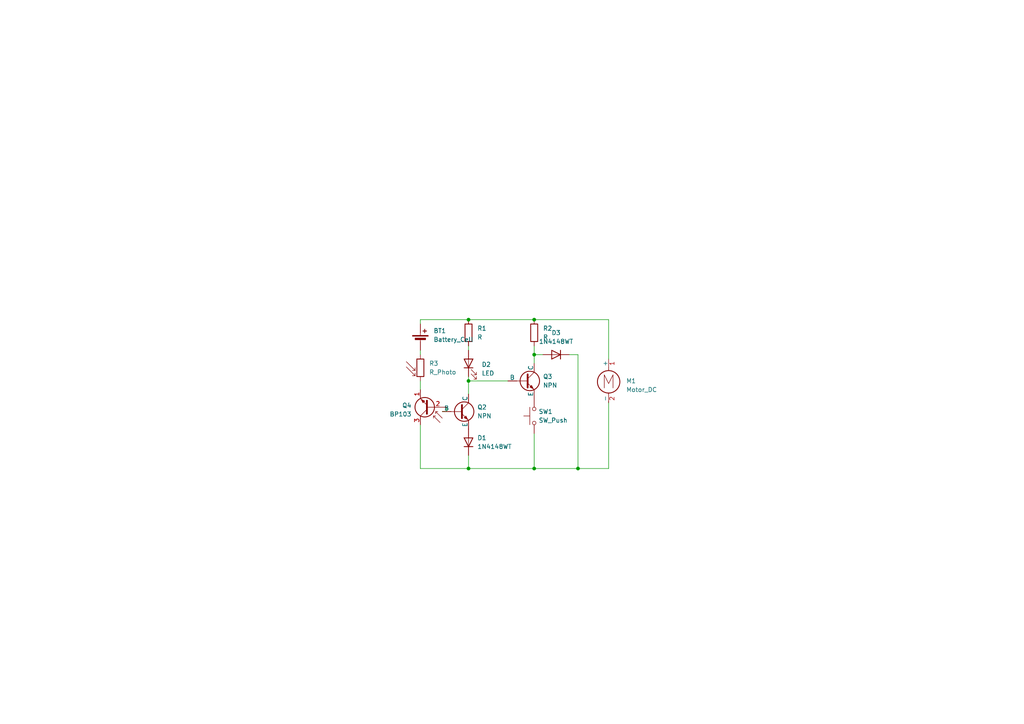
<source format=kicad_sch>
(kicad_sch
	(version 20250114)
	(generator "eeschema")
	(generator_version "9.0")
	(uuid "063249a1-dd82-4aba-aeae-aae1f466d57b")
	(paper "A4")
	(lib_symbols
		(symbol "Device:Battery_Cell"
			(pin_numbers
				(hide yes)
			)
			(pin_names
				(offset 0)
				(hide yes)
			)
			(exclude_from_sim no)
			(in_bom yes)
			(on_board yes)
			(property "Reference" "BT"
				(at 2.54 2.54 0)
				(effects
					(font
						(size 1.27 1.27)
					)
					(justify left)
				)
			)
			(property "Value" "Battery_Cell"
				(at 2.54 0 0)
				(effects
					(font
						(size 1.27 1.27)
					)
					(justify left)
				)
			)
			(property "Footprint" ""
				(at 0 1.524 90)
				(effects
					(font
						(size 1.27 1.27)
					)
					(hide yes)
				)
			)
			(property "Datasheet" "~"
				(at 0 1.524 90)
				(effects
					(font
						(size 1.27 1.27)
					)
					(hide yes)
				)
			)
			(property "Description" "Single-cell battery"
				(at 0 0 0)
				(effects
					(font
						(size 1.27 1.27)
					)
					(hide yes)
				)
			)
			(property "ki_keywords" "battery cell"
				(at 0 0 0)
				(effects
					(font
						(size 1.27 1.27)
					)
					(hide yes)
				)
			)
			(symbol "Battery_Cell_0_1"
				(rectangle
					(start -2.286 1.778)
					(end 2.286 1.524)
					(stroke
						(width 0)
						(type default)
					)
					(fill
						(type outline)
					)
				)
				(rectangle
					(start -1.524 1.016)
					(end 1.524 0.508)
					(stroke
						(width 0)
						(type default)
					)
					(fill
						(type outline)
					)
				)
				(polyline
					(pts
						(xy 0 1.778) (xy 0 2.54)
					)
					(stroke
						(width 0)
						(type default)
					)
					(fill
						(type none)
					)
				)
				(polyline
					(pts
						(xy 0 0.762) (xy 0 0)
					)
					(stroke
						(width 0)
						(type default)
					)
					(fill
						(type none)
					)
				)
				(polyline
					(pts
						(xy 0.762 3.048) (xy 1.778 3.048)
					)
					(stroke
						(width 0.254)
						(type default)
					)
					(fill
						(type none)
					)
				)
				(polyline
					(pts
						(xy 1.27 3.556) (xy 1.27 2.54)
					)
					(stroke
						(width 0.254)
						(type default)
					)
					(fill
						(type none)
					)
				)
			)
			(symbol "Battery_Cell_1_1"
				(pin passive line
					(at 0 5.08 270)
					(length 2.54)
					(name "+"
						(effects
							(font
								(size 1.27 1.27)
							)
						)
					)
					(number "1"
						(effects
							(font
								(size 1.27 1.27)
							)
						)
					)
				)
				(pin passive line
					(at 0 -2.54 90)
					(length 2.54)
					(name "-"
						(effects
							(font
								(size 1.27 1.27)
							)
						)
					)
					(number "2"
						(effects
							(font
								(size 1.27 1.27)
							)
						)
					)
				)
			)
			(embedded_fonts no)
		)
		(symbol "Device:LED"
			(pin_numbers
				(hide yes)
			)
			(pin_names
				(offset 1.016)
				(hide yes)
			)
			(exclude_from_sim no)
			(in_bom yes)
			(on_board yes)
			(property "Reference" "D"
				(at 0 2.54 0)
				(effects
					(font
						(size 1.27 1.27)
					)
				)
			)
			(property "Value" "LED"
				(at 0 -2.54 0)
				(effects
					(font
						(size 1.27 1.27)
					)
				)
			)
			(property "Footprint" ""
				(at 0 0 0)
				(effects
					(font
						(size 1.27 1.27)
					)
					(hide yes)
				)
			)
			(property "Datasheet" "~"
				(at 0 0 0)
				(effects
					(font
						(size 1.27 1.27)
					)
					(hide yes)
				)
			)
			(property "Description" "Light emitting diode"
				(at 0 0 0)
				(effects
					(font
						(size 1.27 1.27)
					)
					(hide yes)
				)
			)
			(property "Sim.Pins" "1=K 2=A"
				(at 0 0 0)
				(effects
					(font
						(size 1.27 1.27)
					)
					(hide yes)
				)
			)
			(property "ki_keywords" "LED diode"
				(at 0 0 0)
				(effects
					(font
						(size 1.27 1.27)
					)
					(hide yes)
				)
			)
			(property "ki_fp_filters" "LED* LED_SMD:* LED_THT:*"
				(at 0 0 0)
				(effects
					(font
						(size 1.27 1.27)
					)
					(hide yes)
				)
			)
			(symbol "LED_0_1"
				(polyline
					(pts
						(xy -3.048 -0.762) (xy -4.572 -2.286) (xy -3.81 -2.286) (xy -4.572 -2.286) (xy -4.572 -1.524)
					)
					(stroke
						(width 0)
						(type default)
					)
					(fill
						(type none)
					)
				)
				(polyline
					(pts
						(xy -1.778 -0.762) (xy -3.302 -2.286) (xy -2.54 -2.286) (xy -3.302 -2.286) (xy -3.302 -1.524)
					)
					(stroke
						(width 0)
						(type default)
					)
					(fill
						(type none)
					)
				)
				(polyline
					(pts
						(xy -1.27 0) (xy 1.27 0)
					)
					(stroke
						(width 0)
						(type default)
					)
					(fill
						(type none)
					)
				)
				(polyline
					(pts
						(xy -1.27 -1.27) (xy -1.27 1.27)
					)
					(stroke
						(width 0.254)
						(type default)
					)
					(fill
						(type none)
					)
				)
				(polyline
					(pts
						(xy 1.27 -1.27) (xy 1.27 1.27) (xy -1.27 0) (xy 1.27 -1.27)
					)
					(stroke
						(width 0.254)
						(type default)
					)
					(fill
						(type none)
					)
				)
			)
			(symbol "LED_1_1"
				(pin passive line
					(at -3.81 0 0)
					(length 2.54)
					(name "K"
						(effects
							(font
								(size 1.27 1.27)
							)
						)
					)
					(number "1"
						(effects
							(font
								(size 1.27 1.27)
							)
						)
					)
				)
				(pin passive line
					(at 3.81 0 180)
					(length 2.54)
					(name "A"
						(effects
							(font
								(size 1.27 1.27)
							)
						)
					)
					(number "2"
						(effects
							(font
								(size 1.27 1.27)
							)
						)
					)
				)
			)
			(embedded_fonts no)
		)
		(symbol "Device:R"
			(pin_numbers
				(hide yes)
			)
			(pin_names
				(offset 0)
			)
			(exclude_from_sim no)
			(in_bom yes)
			(on_board yes)
			(property "Reference" "R"
				(at 2.032 0 90)
				(effects
					(font
						(size 1.27 1.27)
					)
				)
			)
			(property "Value" "R"
				(at 0 0 90)
				(effects
					(font
						(size 1.27 1.27)
					)
				)
			)
			(property "Footprint" ""
				(at -1.778 0 90)
				(effects
					(font
						(size 1.27 1.27)
					)
					(hide yes)
				)
			)
			(property "Datasheet" "~"
				(at 0 0 0)
				(effects
					(font
						(size 1.27 1.27)
					)
					(hide yes)
				)
			)
			(property "Description" "Resistor"
				(at 0 0 0)
				(effects
					(font
						(size 1.27 1.27)
					)
					(hide yes)
				)
			)
			(property "ki_keywords" "R res resistor"
				(at 0 0 0)
				(effects
					(font
						(size 1.27 1.27)
					)
					(hide yes)
				)
			)
			(property "ki_fp_filters" "R_*"
				(at 0 0 0)
				(effects
					(font
						(size 1.27 1.27)
					)
					(hide yes)
				)
			)
			(symbol "R_0_1"
				(rectangle
					(start -1.016 -2.54)
					(end 1.016 2.54)
					(stroke
						(width 0.254)
						(type default)
					)
					(fill
						(type none)
					)
				)
			)
			(symbol "R_1_1"
				(pin passive line
					(at 0 3.81 270)
					(length 1.27)
					(name "~"
						(effects
							(font
								(size 1.27 1.27)
							)
						)
					)
					(number "1"
						(effects
							(font
								(size 1.27 1.27)
							)
						)
					)
				)
				(pin passive line
					(at 0 -3.81 90)
					(length 1.27)
					(name "~"
						(effects
							(font
								(size 1.27 1.27)
							)
						)
					)
					(number "2"
						(effects
							(font
								(size 1.27 1.27)
							)
						)
					)
				)
			)
			(embedded_fonts no)
		)
		(symbol "Device:R_Photo"
			(pin_numbers
				(hide yes)
			)
			(pin_names
				(offset 0)
			)
			(exclude_from_sim no)
			(in_bom yes)
			(on_board yes)
			(property "Reference" "R"
				(at 1.27 1.27 0)
				(effects
					(font
						(size 1.27 1.27)
					)
					(justify left)
				)
			)
			(property "Value" "R_Photo"
				(at 1.27 0 0)
				(effects
					(font
						(size 1.27 1.27)
					)
					(justify left top)
				)
			)
			(property "Footprint" ""
				(at 1.27 -6.35 90)
				(effects
					(font
						(size 1.27 1.27)
					)
					(justify left)
					(hide yes)
				)
			)
			(property "Datasheet" "~"
				(at 0 -1.27 0)
				(effects
					(font
						(size 1.27 1.27)
					)
					(hide yes)
				)
			)
			(property "Description" "Photoresistor"
				(at 0 0 0)
				(effects
					(font
						(size 1.27 1.27)
					)
					(hide yes)
				)
			)
			(property "ki_keywords" "resistor variable light sensitive opto LDR"
				(at 0 0 0)
				(effects
					(font
						(size 1.27 1.27)
					)
					(hide yes)
				)
			)
			(property "ki_fp_filters" "*LDR* R?LDR*"
				(at 0 0 0)
				(effects
					(font
						(size 1.27 1.27)
					)
					(hide yes)
				)
			)
			(symbol "R_Photo_0_1"
				(polyline
					(pts
						(xy -1.524 -0.762) (xy -4.064 1.778)
					)
					(stroke
						(width 0)
						(type default)
					)
					(fill
						(type none)
					)
				)
				(polyline
					(pts
						(xy -1.524 -0.762) (xy -2.286 -0.762)
					)
					(stroke
						(width 0)
						(type default)
					)
					(fill
						(type none)
					)
				)
				(polyline
					(pts
						(xy -1.524 -0.762) (xy -1.524 0)
					)
					(stroke
						(width 0)
						(type default)
					)
					(fill
						(type none)
					)
				)
				(polyline
					(pts
						(xy -1.524 -2.286) (xy -4.064 0.254)
					)
					(stroke
						(width 0)
						(type default)
					)
					(fill
						(type none)
					)
				)
				(polyline
					(pts
						(xy -1.524 -2.286) (xy -2.286 -2.286)
					)
					(stroke
						(width 0)
						(type default)
					)
					(fill
						(type none)
					)
				)
				(polyline
					(pts
						(xy -1.524 -2.286) (xy -1.524 -1.524)
					)
					(stroke
						(width 0)
						(type default)
					)
					(fill
						(type none)
					)
				)
				(rectangle
					(start -1.016 2.54)
					(end 1.016 -2.54)
					(stroke
						(width 0.254)
						(type default)
					)
					(fill
						(type none)
					)
				)
			)
			(symbol "R_Photo_1_1"
				(pin passive line
					(at 0 3.81 270)
					(length 1.27)
					(name "~"
						(effects
							(font
								(size 1.27 1.27)
							)
						)
					)
					(number "1"
						(effects
							(font
								(size 1.27 1.27)
							)
						)
					)
				)
				(pin passive line
					(at 0 -3.81 90)
					(length 1.27)
					(name "~"
						(effects
							(font
								(size 1.27 1.27)
							)
						)
					)
					(number "2"
						(effects
							(font
								(size 1.27 1.27)
							)
						)
					)
				)
			)
			(embedded_fonts no)
		)
		(symbol "Diode:1N4148WT"
			(pin_numbers
				(hide yes)
			)
			(pin_names
				(hide yes)
			)
			(exclude_from_sim no)
			(in_bom yes)
			(on_board yes)
			(property "Reference" "D"
				(at 0 2.54 0)
				(effects
					(font
						(size 1.27 1.27)
					)
				)
			)
			(property "Value" "1N4148WT"
				(at 0 -2.54 0)
				(effects
					(font
						(size 1.27 1.27)
					)
				)
			)
			(property "Footprint" "Diode_SMD:D_SOD-523"
				(at 0 -4.445 0)
				(effects
					(font
						(size 1.27 1.27)
					)
					(hide yes)
				)
			)
			(property "Datasheet" "https://www.diodes.com/assets/Datasheets/ds30396.pdf"
				(at 0 0 0)
				(effects
					(font
						(size 1.27 1.27)
					)
					(hide yes)
				)
			)
			(property "Description" "75V 0.15A Fast switching Diode, SOD-523"
				(at 0 0 0)
				(effects
					(font
						(size 1.27 1.27)
					)
					(hide yes)
				)
			)
			(property "Sim.Device" "D"
				(at 0 0 0)
				(effects
					(font
						(size 1.27 1.27)
					)
					(hide yes)
				)
			)
			(property "Sim.Pins" "1=K 2=A"
				(at 0 0 0)
				(effects
					(font
						(size 1.27 1.27)
					)
					(hide yes)
				)
			)
			(property "ki_keywords" "diode"
				(at 0 0 0)
				(effects
					(font
						(size 1.27 1.27)
					)
					(hide yes)
				)
			)
			(property "ki_fp_filters" "D*SOD?523*"
				(at 0 0 0)
				(effects
					(font
						(size 1.27 1.27)
					)
					(hide yes)
				)
			)
			(symbol "1N4148WT_0_1"
				(polyline
					(pts
						(xy -1.27 1.27) (xy -1.27 -1.27)
					)
					(stroke
						(width 0.254)
						(type default)
					)
					(fill
						(type none)
					)
				)
				(polyline
					(pts
						(xy 1.27 1.27) (xy 1.27 -1.27) (xy -1.27 0) (xy 1.27 1.27)
					)
					(stroke
						(width 0.254)
						(type default)
					)
					(fill
						(type none)
					)
				)
				(polyline
					(pts
						(xy 1.27 0) (xy -1.27 0)
					)
					(stroke
						(width 0)
						(type default)
					)
					(fill
						(type none)
					)
				)
			)
			(symbol "1N4148WT_1_1"
				(pin passive line
					(at -3.81 0 0)
					(length 2.54)
					(name "K"
						(effects
							(font
								(size 1.27 1.27)
							)
						)
					)
					(number "1"
						(effects
							(font
								(size 1.27 1.27)
							)
						)
					)
				)
				(pin passive line
					(at 3.81 0 180)
					(length 2.54)
					(name "A"
						(effects
							(font
								(size 1.27 1.27)
							)
						)
					)
					(number "2"
						(effects
							(font
								(size 1.27 1.27)
							)
						)
					)
				)
			)
			(embedded_fonts no)
		)
		(symbol "Motor:Motor_DC"
			(pin_names
				(offset 0)
			)
			(exclude_from_sim no)
			(in_bom yes)
			(on_board yes)
			(property "Reference" "M"
				(at 2.54 2.54 0)
				(effects
					(font
						(size 1.27 1.27)
					)
					(justify left)
				)
			)
			(property "Value" "Motor_DC"
				(at 2.54 -5.08 0)
				(effects
					(font
						(size 1.27 1.27)
					)
					(justify left top)
				)
			)
			(property "Footprint" ""
				(at 0 -2.286 0)
				(effects
					(font
						(size 1.27 1.27)
					)
					(hide yes)
				)
			)
			(property "Datasheet" "~"
				(at 0 -2.286 0)
				(effects
					(font
						(size 1.27 1.27)
					)
					(hide yes)
				)
			)
			(property "Description" "DC Motor"
				(at 0 0 0)
				(effects
					(font
						(size 1.27 1.27)
					)
					(hide yes)
				)
			)
			(property "ki_keywords" "DC Motor"
				(at 0 0 0)
				(effects
					(font
						(size 1.27 1.27)
					)
					(hide yes)
				)
			)
			(property "ki_fp_filters" "PinHeader*P2.54mm* TerminalBlock*"
				(at 0 0 0)
				(effects
					(font
						(size 1.27 1.27)
					)
					(hide yes)
				)
			)
			(symbol "Motor_DC_0_0"
				(polyline
					(pts
						(xy -1.27 -3.302) (xy -1.27 0.508) (xy 0 -2.032) (xy 1.27 0.508) (xy 1.27 -3.302)
					)
					(stroke
						(width 0)
						(type default)
					)
					(fill
						(type none)
					)
				)
			)
			(symbol "Motor_DC_0_1"
				(polyline
					(pts
						(xy 0 2.032) (xy 0 2.54)
					)
					(stroke
						(width 0)
						(type default)
					)
					(fill
						(type none)
					)
				)
				(polyline
					(pts
						(xy 0 1.7272) (xy 0 2.0828)
					)
					(stroke
						(width 0)
						(type default)
					)
					(fill
						(type none)
					)
				)
				(circle
					(center 0 -1.524)
					(radius 3.2512)
					(stroke
						(width 0.254)
						(type default)
					)
					(fill
						(type none)
					)
				)
				(polyline
					(pts
						(xy 0 -4.7752) (xy 0 -5.1816)
					)
					(stroke
						(width 0)
						(type default)
					)
					(fill
						(type none)
					)
				)
				(polyline
					(pts
						(xy 0 -7.62) (xy 0 -7.112)
					)
					(stroke
						(width 0)
						(type default)
					)
					(fill
						(type none)
					)
				)
			)
			(symbol "Motor_DC_1_1"
				(pin passive line
					(at 0 5.08 270)
					(length 2.54)
					(name "+"
						(effects
							(font
								(size 1.27 1.27)
							)
						)
					)
					(number "1"
						(effects
							(font
								(size 1.27 1.27)
							)
						)
					)
				)
				(pin passive line
					(at 0 -7.62 90)
					(length 2.54)
					(name "-"
						(effects
							(font
								(size 1.27 1.27)
							)
						)
					)
					(number "2"
						(effects
							(font
								(size 1.27 1.27)
							)
						)
					)
				)
			)
			(embedded_fonts no)
		)
		(symbol "Sensor_Optical:BP103"
			(pin_names
				(offset 0)
				(hide yes)
			)
			(exclude_from_sim no)
			(in_bom yes)
			(on_board yes)
			(property "Reference" "Q"
				(at 5.08 1.27 0)
				(effects
					(font
						(size 1.27 1.27)
					)
					(justify left)
				)
			)
			(property "Value" "BP103"
				(at 5.08 -1.27 0)
				(effects
					(font
						(size 1.27 1.27)
					)
					(justify left)
				)
			)
			(property "Footprint" "Package_TO_SOT_THT:TO-18-3_Lens"
				(at 5.207 -3.556 0)
				(effects
					(font
						(size 1.27 1.27)
					)
					(justify left)
					(hide yes)
				)
			)
			(property "Datasheet" "http://www.osram-os.com/Graphics/XPic3/00101777_0.pdf/BP"
				(at 0 0 0)
				(effects
					(font
						(size 1.27 1.27)
					)
					(hide yes)
				)
			)
			(property "Description" "NPN Phototransistor"
				(at 0 0 0)
				(effects
					(font
						(size 1.27 1.27)
					)
					(hide yes)
				)
			)
			(property "ki_keywords" "npn phototransistor"
				(at 0 0 0)
				(effects
					(font
						(size 1.27 1.27)
					)
					(hide yes)
				)
			)
			(property "ki_fp_filters" "TO?18*Lens*"
				(at 0 0 0)
				(effects
					(font
						(size 1.27 1.27)
					)
					(hide yes)
				)
			)
			(symbol "BP103_0_0"
				(polyline
					(pts
						(xy 0 0) (xy 0.635 0)
					)
					(stroke
						(width 0)
						(type default)
					)
					(fill
						(type none)
					)
				)
			)
			(symbol "BP103_0_1"
				(polyline
					(pts
						(xy -3.81 3.175) (xy -1.905 1.27) (xy -1.905 1.905)
					)
					(stroke
						(width 0)
						(type default)
					)
					(fill
						(type none)
					)
				)
				(polyline
					(pts
						(xy -3.175 4.445) (xy -1.27 2.54) (xy -1.27 3.175)
					)
					(stroke
						(width 0)
						(type default)
					)
					(fill
						(type none)
					)
				)
				(polyline
					(pts
						(xy -1.905 1.27) (xy -2.54 1.27)
					)
					(stroke
						(width 0)
						(type default)
					)
					(fill
						(type none)
					)
				)
				(polyline
					(pts
						(xy -1.27 2.54) (xy -1.905 2.54)
					)
					(stroke
						(width 0)
						(type default)
					)
					(fill
						(type none)
					)
				)
				(polyline
					(pts
						(xy 0.635 1.905) (xy 0.635 -1.905) (xy 0.635 -1.905)
					)
					(stroke
						(width 0.508)
						(type default)
					)
					(fill
						(type none)
					)
				)
				(polyline
					(pts
						(xy 0.635 0.635) (xy 2.54 2.54)
					)
					(stroke
						(width 0)
						(type default)
					)
					(fill
						(type none)
					)
				)
				(polyline
					(pts
						(xy 0.635 -0.635) (xy 2.54 -2.54) (xy 2.54 -2.54)
					)
					(stroke
						(width 0)
						(type default)
					)
					(fill
						(type none)
					)
				)
				(circle
					(center 1.27 0)
					(radius 2.8194)
					(stroke
						(width 0.254)
						(type default)
					)
					(fill
						(type none)
					)
				)
				(polyline
					(pts
						(xy 1.27 -1.778) (xy 1.778 -1.27) (xy 2.286 -2.286) (xy 1.27 -1.778) (xy 1.27 -1.778)
					)
					(stroke
						(width 0)
						(type default)
					)
					(fill
						(type outline)
					)
				)
			)
			(symbol "BP103_1_1"
				(pin input line
					(at -5.08 0 0)
					(length 5.08)
					(name "B"
						(effects
							(font
								(size 1.27 1.27)
							)
						)
					)
					(number "2"
						(effects
							(font
								(size 1.27 1.27)
							)
						)
					)
				)
				(pin passive line
					(at 2.54 5.08 270)
					(length 2.54)
					(name "C"
						(effects
							(font
								(size 1.27 1.27)
							)
						)
					)
					(number "3"
						(effects
							(font
								(size 1.27 1.27)
							)
						)
					)
				)
				(pin passive line
					(at 2.54 -5.08 90)
					(length 2.54)
					(name "E"
						(effects
							(font
								(size 1.27 1.27)
							)
						)
					)
					(number "1"
						(effects
							(font
								(size 1.27 1.27)
							)
						)
					)
				)
			)
			(embedded_fonts no)
		)
		(symbol "Simulation_SPICE:NPN"
			(pin_numbers
				(hide yes)
			)
			(pin_names
				(offset 0)
			)
			(exclude_from_sim no)
			(in_bom yes)
			(on_board yes)
			(property "Reference" "Q"
				(at -2.54 7.62 0)
				(effects
					(font
						(size 1.27 1.27)
					)
				)
			)
			(property "Value" "NPN"
				(at -2.54 5.08 0)
				(effects
					(font
						(size 1.27 1.27)
					)
				)
			)
			(property "Footprint" ""
				(at 63.5 0 0)
				(effects
					(font
						(size 1.27 1.27)
					)
					(hide yes)
				)
			)
			(property "Datasheet" "https://ngspice.sourceforge.io/docs/ngspice-html-manual/manual.xhtml#cha_BJTs"
				(at 63.5 0 0)
				(effects
					(font
						(size 1.27 1.27)
					)
					(hide yes)
				)
			)
			(property "Description" "Bipolar transistor symbol for simulation only, substrate tied to the emitter"
				(at 0 0 0)
				(effects
					(font
						(size 1.27 1.27)
					)
					(hide yes)
				)
			)
			(property "Sim.Device" "NPN"
				(at 0 0 0)
				(effects
					(font
						(size 1.27 1.27)
					)
					(hide yes)
				)
			)
			(property "Sim.Type" "GUMMELPOON"
				(at 0 0 0)
				(effects
					(font
						(size 1.27 1.27)
					)
					(hide yes)
				)
			)
			(property "Sim.Pins" "1=C 2=B 3=E"
				(at 0 0 0)
				(effects
					(font
						(size 1.27 1.27)
					)
					(hide yes)
				)
			)
			(property "ki_keywords" "simulation"
				(at 0 0 0)
				(effects
					(font
						(size 1.27 1.27)
					)
					(hide yes)
				)
			)
			(symbol "NPN_0_1"
				(polyline
					(pts
						(xy -2.54 0) (xy 0.635 0)
					)
					(stroke
						(width 0.1524)
						(type default)
					)
					(fill
						(type none)
					)
				)
				(polyline
					(pts
						(xy 0.635 1.905) (xy 0.635 -1.905) (xy 0.635 -1.905)
					)
					(stroke
						(width 0.508)
						(type default)
					)
					(fill
						(type none)
					)
				)
				(polyline
					(pts
						(xy 0.635 0.635) (xy 2.54 2.54)
					)
					(stroke
						(width 0)
						(type default)
					)
					(fill
						(type none)
					)
				)
				(polyline
					(pts
						(xy 0.635 -0.635) (xy 2.54 -2.54) (xy 2.54 -2.54)
					)
					(stroke
						(width 0)
						(type default)
					)
					(fill
						(type none)
					)
				)
				(circle
					(center 1.27 0)
					(radius 2.8194)
					(stroke
						(width 0.254)
						(type default)
					)
					(fill
						(type none)
					)
				)
				(polyline
					(pts
						(xy 1.27 -1.778) (xy 1.778 -1.27) (xy 2.286 -2.286) (xy 1.27 -1.778) (xy 1.27 -1.778)
					)
					(stroke
						(width 0)
						(type default)
					)
					(fill
						(type outline)
					)
				)
				(polyline
					(pts
						(xy 2.794 -1.27) (xy 2.794 -1.27)
					)
					(stroke
						(width 0.1524)
						(type default)
					)
					(fill
						(type none)
					)
				)
				(polyline
					(pts
						(xy 2.794 -1.27) (xy 2.794 -1.27)
					)
					(stroke
						(width 0.1524)
						(type default)
					)
					(fill
						(type none)
					)
				)
			)
			(symbol "NPN_1_1"
				(pin input line
					(at -5.08 0 0)
					(length 2.54)
					(name "B"
						(effects
							(font
								(size 1.27 1.27)
							)
						)
					)
					(number "2"
						(effects
							(font
								(size 1.27 1.27)
							)
						)
					)
				)
				(pin open_collector line
					(at 2.54 5.08 270)
					(length 2.54)
					(name "C"
						(effects
							(font
								(size 1.27 1.27)
							)
						)
					)
					(number "1"
						(effects
							(font
								(size 1.27 1.27)
							)
						)
					)
				)
				(pin open_emitter line
					(at 2.54 -5.08 90)
					(length 2.54)
					(name "E"
						(effects
							(font
								(size 1.27 1.27)
							)
						)
					)
					(number "3"
						(effects
							(font
								(size 1.27 1.27)
							)
						)
					)
				)
			)
			(embedded_fonts no)
		)
		(symbol "Switch:SW_Push"
			(pin_numbers
				(hide yes)
			)
			(pin_names
				(offset 1.016)
				(hide yes)
			)
			(exclude_from_sim no)
			(in_bom yes)
			(on_board yes)
			(property "Reference" "SW"
				(at 1.27 2.54 0)
				(effects
					(font
						(size 1.27 1.27)
					)
					(justify left)
				)
			)
			(property "Value" "SW_Push"
				(at 0 -1.524 0)
				(effects
					(font
						(size 1.27 1.27)
					)
				)
			)
			(property "Footprint" ""
				(at 0 5.08 0)
				(effects
					(font
						(size 1.27 1.27)
					)
					(hide yes)
				)
			)
			(property "Datasheet" "~"
				(at 0 5.08 0)
				(effects
					(font
						(size 1.27 1.27)
					)
					(hide yes)
				)
			)
			(property "Description" "Push button switch, generic, two pins"
				(at 0 0 0)
				(effects
					(font
						(size 1.27 1.27)
					)
					(hide yes)
				)
			)
			(property "ki_keywords" "switch normally-open pushbutton push-button"
				(at 0 0 0)
				(effects
					(font
						(size 1.27 1.27)
					)
					(hide yes)
				)
			)
			(symbol "SW_Push_0_1"
				(circle
					(center -2.032 0)
					(radius 0.508)
					(stroke
						(width 0)
						(type default)
					)
					(fill
						(type none)
					)
				)
				(polyline
					(pts
						(xy 0 1.27) (xy 0 3.048)
					)
					(stroke
						(width 0)
						(type default)
					)
					(fill
						(type none)
					)
				)
				(circle
					(center 2.032 0)
					(radius 0.508)
					(stroke
						(width 0)
						(type default)
					)
					(fill
						(type none)
					)
				)
				(polyline
					(pts
						(xy 2.54 1.27) (xy -2.54 1.27)
					)
					(stroke
						(width 0)
						(type default)
					)
					(fill
						(type none)
					)
				)
				(pin passive line
					(at -5.08 0 0)
					(length 2.54)
					(name "1"
						(effects
							(font
								(size 1.27 1.27)
							)
						)
					)
					(number "1"
						(effects
							(font
								(size 1.27 1.27)
							)
						)
					)
				)
				(pin passive line
					(at 5.08 0 180)
					(length 2.54)
					(name "2"
						(effects
							(font
								(size 1.27 1.27)
							)
						)
					)
					(number "2"
						(effects
							(font
								(size 1.27 1.27)
							)
						)
					)
				)
			)
			(embedded_fonts no)
		)
	)
	(junction
		(at 135.89 92.71)
		(diameter 0)
		(color 0 0 0 0)
		(uuid "16b28348-229c-43b4-be65-4f87b653bb3d")
	)
	(junction
		(at 167.64 135.89)
		(diameter 0)
		(color 0 0 0 0)
		(uuid "1f947dbf-9d41-47c0-bc75-8e08db007732")
	)
	(junction
		(at 154.94 92.71)
		(diameter 0)
		(color 0 0 0 0)
		(uuid "2e6f3b82-93c6-41f3-b0c3-cd2b301fc154")
	)
	(junction
		(at 135.89 135.89)
		(diameter 0)
		(color 0 0 0 0)
		(uuid "824fa944-a224-492b-9188-1179a36e746b")
	)
	(junction
		(at 154.94 135.89)
		(diameter 0)
		(color 0 0 0 0)
		(uuid "84b64c6e-9b97-4d73-86a9-0b44a81f296b")
	)
	(junction
		(at 154.94 102.87)
		(diameter 0)
		(color 0 0 0 0)
		(uuid "ba9ce9f0-c727-409a-899a-53932f85f526")
	)
	(junction
		(at 135.89 110.49)
		(diameter 0)
		(color 0 0 0 0)
		(uuid "faaa0c99-1db4-4694-b771-341654d5a587")
	)
	(wire
		(pts
			(xy 121.92 101.6) (xy 121.92 102.87)
		)
		(stroke
			(width 0)
			(type default)
		)
		(uuid "0576d581-985d-4397-b1b1-5f306c690386")
	)
	(wire
		(pts
			(xy 154.94 102.87) (xy 157.48 102.87)
		)
		(stroke
			(width 0)
			(type default)
		)
		(uuid "082460a7-33ff-404c-a6a8-fbf441c6b104")
	)
	(wire
		(pts
			(xy 176.53 116.84) (xy 176.53 135.89)
		)
		(stroke
			(width 0)
			(type default)
		)
		(uuid "14c3db22-f5b9-4aad-ad4e-f150e4ef0b5e")
	)
	(wire
		(pts
			(xy 135.89 135.89) (xy 154.94 135.89)
		)
		(stroke
			(width 0)
			(type default)
		)
		(uuid "2d7dd745-ce31-44e6-a625-2ac8b0b41941")
	)
	(wire
		(pts
			(xy 135.89 110.49) (xy 135.89 114.3)
		)
		(stroke
			(width 0)
			(type default)
		)
		(uuid "45040fb2-832e-4ce8-ab3a-753acd6f1f1b")
	)
	(wire
		(pts
			(xy 135.89 92.71) (xy 154.94 92.71)
		)
		(stroke
			(width 0)
			(type default)
		)
		(uuid "4563ee4d-e492-4552-a80c-0d7d453e8c9f")
	)
	(wire
		(pts
			(xy 154.94 135.89) (xy 167.64 135.89)
		)
		(stroke
			(width 0)
			(type default)
		)
		(uuid "48f946d4-c15d-44ee-822f-777d715de7fd")
	)
	(wire
		(pts
			(xy 129.54 119.38) (xy 129.54 118.11)
		)
		(stroke
			(width 0)
			(type default)
		)
		(uuid "4df170f1-9805-4458-aaa7-e95811749c70")
	)
	(wire
		(pts
			(xy 154.94 102.87) (xy 154.94 105.41)
		)
		(stroke
			(width 0)
			(type default)
		)
		(uuid "67669bc7-41ed-4caa-8558-7028a11a2534")
	)
	(wire
		(pts
			(xy 121.92 92.71) (xy 121.92 93.98)
		)
		(stroke
			(width 0)
			(type default)
		)
		(uuid "67f5c406-42bf-4098-be69-c73f07ae2673")
	)
	(wire
		(pts
			(xy 129.54 119.38) (xy 128.27 119.38)
		)
		(stroke
			(width 0)
			(type default)
		)
		(uuid "74c661b9-a1dd-471b-be1c-9983016556ce")
	)
	(wire
		(pts
			(xy 121.92 110.49) (xy 121.92 113.03)
		)
		(stroke
			(width 0)
			(type default)
		)
		(uuid "7bae7546-55a7-429b-bff8-26ab18dfc04c")
	)
	(wire
		(pts
			(xy 154.94 92.71) (xy 176.53 92.71)
		)
		(stroke
			(width 0)
			(type default)
		)
		(uuid "7c8356e1-3642-46cb-902a-f0f17ebd1f64")
	)
	(wire
		(pts
			(xy 121.92 135.89) (xy 135.89 135.89)
		)
		(stroke
			(width 0)
			(type default)
		)
		(uuid "7d74e2b5-8808-4069-8b71-bf318f432c3d")
	)
	(wire
		(pts
			(xy 135.89 132.08) (xy 135.89 135.89)
		)
		(stroke
			(width 0)
			(type default)
		)
		(uuid "81bc3830-30de-4c18-b7ee-fa0865505ee1")
	)
	(wire
		(pts
			(xy 121.92 123.19) (xy 121.92 135.89)
		)
		(stroke
			(width 0)
			(type default)
		)
		(uuid "88f1b7db-d73d-42e4-9531-a6a9cd4ed58b")
	)
	(wire
		(pts
			(xy 135.89 109.22) (xy 135.89 110.49)
		)
		(stroke
			(width 0)
			(type default)
		)
		(uuid "a4107de0-de54-409c-a329-d13cc2e17ec5")
	)
	(wire
		(pts
			(xy 165.1 102.87) (xy 167.64 102.87)
		)
		(stroke
			(width 0)
			(type default)
		)
		(uuid "b2c398d1-073b-49b2-a8f6-710e98d46dfc")
	)
	(wire
		(pts
			(xy 154.94 125.73) (xy 154.94 135.89)
		)
		(stroke
			(width 0)
			(type default)
		)
		(uuid "b4c40664-31ca-4f71-bb70-e3a29f9d1892")
	)
	(wire
		(pts
			(xy 121.92 92.71) (xy 135.89 92.71)
		)
		(stroke
			(width 0)
			(type default)
		)
		(uuid "b9ce07e3-a54c-41e9-adf2-6e46dd8a53ea")
	)
	(wire
		(pts
			(xy 167.64 135.89) (xy 176.53 135.89)
		)
		(stroke
			(width 0)
			(type default)
		)
		(uuid "c0e7277b-90a0-47ec-8433-9ac8b2ad6c3a")
	)
	(wire
		(pts
			(xy 135.89 110.49) (xy 147.32 110.49)
		)
		(stroke
			(width 0)
			(type default)
		)
		(uuid "c1fff2d5-6366-477c-a0eb-8665032bd7b3")
	)
	(wire
		(pts
			(xy 176.53 92.71) (xy 176.53 104.14)
		)
		(stroke
			(width 0)
			(type default)
		)
		(uuid "c3b5cd7d-5db7-4262-93b1-1ea4e065fa0c")
	)
	(wire
		(pts
			(xy 135.89 100.33) (xy 135.89 101.6)
		)
		(stroke
			(width 0)
			(type default)
		)
		(uuid "ea182905-d257-4c5e-9da3-7922c55f0fdc")
	)
	(wire
		(pts
			(xy 167.64 102.87) (xy 167.64 135.89)
		)
		(stroke
			(width 0)
			(type default)
		)
		(uuid "eaeec292-b7b4-4813-ba06-ee94651b21fd")
	)
	(wire
		(pts
			(xy 154.94 100.33) (xy 154.94 102.87)
		)
		(stroke
			(width 0)
			(type default)
		)
		(uuid "fc1e9132-a80a-461e-be32-222e22d87f78")
	)
	(symbol
		(lib_id "Device:Battery_Cell")
		(at 121.92 99.06 0)
		(unit 1)
		(exclude_from_sim no)
		(in_bom yes)
		(on_board yes)
		(dnp no)
		(fields_autoplaced yes)
		(uuid "2cc040df-58e0-4291-b23a-252db5bc53b1")
		(property "Reference" "BT1"
			(at 125.73 95.9484 0)
			(effects
				(font
					(size 1.27 1.27)
				)
				(justify left)
			)
		)
		(property "Value" "Battery_Cell"
			(at 125.73 98.4884 0)
			(effects
				(font
					(size 1.27 1.27)
				)
				(justify left)
			)
		)
		(property "Footprint" "Battery:BatteryHolder_Keystone_3034_1x20mm"
			(at 121.92 97.536 90)
			(effects
				(font
					(size 1.27 1.27)
				)
				(hide yes)
			)
		)
		(property "Datasheet" "~"
			(at 121.92 97.536 90)
			(effects
				(font
					(size 1.27 1.27)
				)
				(hide yes)
			)
		)
		(property "Description" "Single-cell battery"
			(at 121.92 99.06 0)
			(effects
				(font
					(size 1.27 1.27)
				)
				(hide yes)
			)
		)
		(pin "2"
			(uuid "057031d4-d022-4365-8786-d47d66ede5a6")
		)
		(pin "1"
			(uuid "c015570a-dbe7-47db-9bb0-0cc69f620c8d")
		)
		(instances
			(project ""
				(path "/063249a1-dd82-4aba-aeae-aae1f466d57b"
					(reference "BT1")
					(unit 1)
				)
			)
		)
	)
	(symbol
		(lib_id "Simulation_SPICE:NPN")
		(at 152.4 110.49 0)
		(unit 1)
		(exclude_from_sim no)
		(in_bom yes)
		(on_board yes)
		(dnp no)
		(fields_autoplaced yes)
		(uuid "55a9123a-4e68-4ec7-abbe-e655edeeb7a2")
		(property "Reference" "Q3"
			(at 157.48 109.2199 0)
			(effects
				(font
					(size 1.27 1.27)
				)
				(justify left)
			)
		)
		(property "Value" "NPN"
			(at 157.48 111.7599 0)
			(effects
				(font
					(size 1.27 1.27)
				)
				(justify left)
			)
		)
		(property "Footprint" "Package_TO_SOT_THT:TO-92L_HandSolder"
			(at 215.9 110.49 0)
			(effects
				(font
					(size 1.27 1.27)
				)
				(hide yes)
			)
		)
		(property "Datasheet" "https://ngspice.sourceforge.io/docs/ngspice-html-manual/manual.xhtml#cha_BJTs"
			(at 215.9 110.49 0)
			(effects
				(font
					(size 1.27 1.27)
				)
				(hide yes)
			)
		)
		(property "Description" "Bipolar transistor symbol for simulation only, substrate tied to the emitter"
			(at 152.4 110.49 0)
			(effects
				(font
					(size 1.27 1.27)
				)
				(hide yes)
			)
		)
		(property "Sim.Device" "NPN"
			(at 152.4 110.49 0)
			(effects
				(font
					(size 1.27 1.27)
				)
				(hide yes)
			)
		)
		(property "Sim.Type" "GUMMELPOON"
			(at 152.4 110.49 0)
			(effects
				(font
					(size 1.27 1.27)
				)
				(hide yes)
			)
		)
		(property "Sim.Pins" "1=C 2=B 3=E"
			(at 152.4 110.49 0)
			(effects
				(font
					(size 1.27 1.27)
				)
				(hide yes)
			)
		)
		(pin "1"
			(uuid "6c5f8dff-5f7a-4cb9-a380-6140775f7936")
		)
		(pin "3"
			(uuid "0390098a-234e-4bcc-b1a2-10dee2593b28")
		)
		(pin "2"
			(uuid "588e9991-acd4-497b-9e4c-2bc09c514c55")
		)
		(instances
			(project "nano"
				(path "/063249a1-dd82-4aba-aeae-aae1f466d57b"
					(reference "Q3")
					(unit 1)
				)
			)
		)
	)
	(symbol
		(lib_id "Device:R")
		(at 154.94 96.52 0)
		(unit 1)
		(exclude_from_sim no)
		(in_bom yes)
		(on_board yes)
		(dnp no)
		(fields_autoplaced yes)
		(uuid "58d77f0b-c778-47b8-bd4d-d8ef83490af5")
		(property "Reference" "R2"
			(at 157.48 95.2499 0)
			(effects
				(font
					(size 1.27 1.27)
				)
				(justify left)
			)
		)
		(property "Value" "R"
			(at 157.48 97.7899 0)
			(effects
				(font
					(size 1.27 1.27)
				)
				(justify left)
			)
		)
		(property "Footprint" "Resistor_THT:R_Axial_DIN0207_L6.3mm_D2.5mm_P7.62mm_Horizontal"
			(at 153.162 96.52 90)
			(effects
				(font
					(size 1.27 1.27)
				)
				(hide yes)
			)
		)
		(property "Datasheet" "~"
			(at 154.94 96.52 0)
			(effects
				(font
					(size 1.27 1.27)
				)
				(hide yes)
			)
		)
		(property "Description" "Resistor"
			(at 154.94 96.52 0)
			(effects
				(font
					(size 1.27 1.27)
				)
				(hide yes)
			)
		)
		(pin "1"
			(uuid "128c6b00-7391-43fb-a4d1-0581c67e52e0")
		)
		(pin "2"
			(uuid "e452d0c8-b5c1-4dfe-9b39-a80e5e4ddeb4")
		)
		(instances
			(project ""
				(path "/063249a1-dd82-4aba-aeae-aae1f466d57b"
					(reference "R2")
					(unit 1)
				)
			)
		)
	)
	(symbol
		(lib_id "Switch:SW_Push")
		(at 154.94 120.65 90)
		(unit 1)
		(exclude_from_sim no)
		(in_bom yes)
		(on_board yes)
		(dnp no)
		(fields_autoplaced yes)
		(uuid "6cd770b0-a2ca-4e46-afab-3d72672f9e30")
		(property "Reference" "SW1"
			(at 156.21 119.3799 90)
			(effects
				(font
					(size 1.27 1.27)
				)
				(justify right)
			)
		)
		(property "Value" "SW_Push"
			(at 156.21 121.9199 90)
			(effects
				(font
					(size 1.27 1.27)
				)
				(justify right)
			)
		)
		(property "Footprint" "Button_Switch_THT:SW_PUSH_6mm"
			(at 149.86 120.65 0)
			(effects
				(font
					(size 1.27 1.27)
				)
				(hide yes)
			)
		)
		(property "Datasheet" "~"
			(at 149.86 120.65 0)
			(effects
				(font
					(size 1.27 1.27)
				)
				(hide yes)
			)
		)
		(property "Description" "Push button switch, generic, two pins"
			(at 154.94 120.65 0)
			(effects
				(font
					(size 1.27 1.27)
				)
				(hide yes)
			)
		)
		(pin "1"
			(uuid "9d61c121-a6e7-46d3-b2d5-c5f201f174a3")
		)
		(pin "2"
			(uuid "c8b542b9-e989-42e0-a77f-23f4064f25ad")
		)
		(instances
			(project ""
				(path "/063249a1-dd82-4aba-aeae-aae1f466d57b"
					(reference "SW1")
					(unit 1)
				)
			)
		)
	)
	(symbol
		(lib_id "Device:R")
		(at 135.89 96.52 0)
		(unit 1)
		(exclude_from_sim no)
		(in_bom yes)
		(on_board yes)
		(dnp no)
		(fields_autoplaced yes)
		(uuid "75dd3af4-9be2-4d23-a4a2-6c20d8d2bc26")
		(property "Reference" "R1"
			(at 138.43 95.2499 0)
			(effects
				(font
					(size 1.27 1.27)
				)
				(justify left)
			)
		)
		(property "Value" "R"
			(at 138.43 97.7899 0)
			(effects
				(font
					(size 1.27 1.27)
				)
				(justify left)
			)
		)
		(property "Footprint" "Resistor_THT:R_Axial_DIN0207_L6.3mm_D2.5mm_P7.62mm_Horizontal"
			(at 134.112 96.52 90)
			(effects
				(font
					(size 1.27 1.27)
				)
				(hide yes)
			)
		)
		(property "Datasheet" "~"
			(at 135.89 96.52 0)
			(effects
				(font
					(size 1.27 1.27)
				)
				(hide yes)
			)
		)
		(property "Description" "Resistor"
			(at 135.89 96.52 0)
			(effects
				(font
					(size 1.27 1.27)
				)
				(hide yes)
			)
		)
		(pin "1"
			(uuid "41e43f72-3fd9-42ee-892d-a15b88f6ef4c")
		)
		(pin "2"
			(uuid "034043f1-01f9-47ff-a863-832fd8f0bfe6")
		)
		(instances
			(project ""
				(path "/063249a1-dd82-4aba-aeae-aae1f466d57b"
					(reference "R1")
					(unit 1)
				)
			)
		)
	)
	(symbol
		(lib_id "Simulation_SPICE:NPN")
		(at 133.35 119.38 0)
		(unit 1)
		(exclude_from_sim no)
		(in_bom yes)
		(on_board yes)
		(dnp no)
		(fields_autoplaced yes)
		(uuid "78e1f692-1fbc-4b2c-8baa-ae3451ae1110")
		(property "Reference" "Q2"
			(at 138.43 118.1099 0)
			(effects
				(font
					(size 1.27 1.27)
				)
				(justify left)
			)
		)
		(property "Value" "NPN"
			(at 138.43 120.6499 0)
			(effects
				(font
					(size 1.27 1.27)
				)
				(justify left)
			)
		)
		(property "Footprint" "Package_TO_SOT_THT:TO-92L_HandSolder"
			(at 196.85 119.38 0)
			(effects
				(font
					(size 1.27 1.27)
				)
				(hide yes)
			)
		)
		(property "Datasheet" "https://ngspice.sourceforge.io/docs/ngspice-html-manual/manual.xhtml#cha_BJTs"
			(at 196.85 119.38 0)
			(effects
				(font
					(size 1.27 1.27)
				)
				(hide yes)
			)
		)
		(property "Description" "Bipolar transistor symbol for simulation only, substrate tied to the emitter"
			(at 133.35 119.38 0)
			(effects
				(font
					(size 1.27 1.27)
				)
				(hide yes)
			)
		)
		(property "Sim.Device" "NPN"
			(at 133.35 119.38 0)
			(effects
				(font
					(size 1.27 1.27)
				)
				(hide yes)
			)
		)
		(property "Sim.Type" "GUMMELPOON"
			(at 133.35 119.38 0)
			(effects
				(font
					(size 1.27 1.27)
				)
				(hide yes)
			)
		)
		(property "Sim.Pins" "1=C 2=B 3=E"
			(at 133.35 119.38 0)
			(effects
				(font
					(size 1.27 1.27)
				)
				(hide yes)
			)
		)
		(pin "1"
			(uuid "43e9f353-76b0-46d8-bd9d-3722b888c6df")
		)
		(pin "3"
			(uuid "a990f599-abf2-4693-b7d1-aef3ae3ec2ce")
		)
		(pin "2"
			(uuid "26450aaf-7e83-421a-8222-27bafaf0d1bb")
		)
		(instances
			(project ""
				(path "/063249a1-dd82-4aba-aeae-aae1f466d57b"
					(reference "Q2")
					(unit 1)
				)
			)
		)
	)
	(symbol
		(lib_id "Device:R_Photo")
		(at 121.92 106.68 0)
		(unit 1)
		(exclude_from_sim no)
		(in_bom yes)
		(on_board yes)
		(dnp no)
		(fields_autoplaced yes)
		(uuid "95e08869-39c0-412b-9106-5c30eeeb88b9")
		(property "Reference" "R3"
			(at 124.46 105.4099 0)
			(effects
				(font
					(size 1.27 1.27)
				)
				(justify left)
			)
		)
		(property "Value" "R_Photo"
			(at 124.46 107.9499 0)
			(effects
				(font
					(size 1.27 1.27)
				)
				(justify left)
			)
		)
		(property "Footprint" "OptoDevice:R_LDR_5.1x4.3mm_P3.4mm_Vertical"
			(at 123.19 113.03 90)
			(effects
				(font
					(size 1.27 1.27)
				)
				(justify left)
				(hide yes)
			)
		)
		(property "Datasheet" "~"
			(at 121.92 107.95 0)
			(effects
				(font
					(size 1.27 1.27)
				)
				(hide yes)
			)
		)
		(property "Description" "Photoresistor"
			(at 121.92 106.68 0)
			(effects
				(font
					(size 1.27 1.27)
				)
				(hide yes)
			)
		)
		(pin "2"
			(uuid "9565cdc6-e231-4e22-a9e7-10d01881b2f8")
		)
		(pin "1"
			(uuid "f17e2d00-28d6-4355-b042-7d152b7271e8")
		)
		(instances
			(project ""
				(path "/063249a1-dd82-4aba-aeae-aae1f466d57b"
					(reference "R3")
					(unit 1)
				)
			)
		)
	)
	(symbol
		(lib_id "Diode:1N4148WT")
		(at 161.29 102.87 180)
		(unit 1)
		(exclude_from_sim no)
		(in_bom yes)
		(on_board yes)
		(dnp no)
		(fields_autoplaced yes)
		(uuid "978f8d02-2c1f-435f-9ab0-6d4909c3cd14")
		(property "Reference" "D3"
			(at 161.29 96.52 0)
			(effects
				(font
					(size 1.27 1.27)
				)
			)
		)
		(property "Value" "1N4148WT"
			(at 161.29 99.06 0)
			(effects
				(font
					(size 1.27 1.27)
				)
			)
		)
		(property "Footprint" "Diode_SMD:D_SOD-523"
			(at 161.29 98.425 0)
			(effects
				(font
					(size 1.27 1.27)
				)
				(hide yes)
			)
		)
		(property "Datasheet" "https://www.diodes.com/assets/Datasheets/ds30396.pdf"
			(at 161.29 102.87 0)
			(effects
				(font
					(size 1.27 1.27)
				)
				(hide yes)
			)
		)
		(property "Description" "75V 0.15A Fast switching Diode, SOD-523"
			(at 161.29 102.87 0)
			(effects
				(font
					(size 1.27 1.27)
				)
				(hide yes)
			)
		)
		(property "Sim.Device" "D"
			(at 161.29 102.87 0)
			(effects
				(font
					(size 1.27 1.27)
				)
				(hide yes)
			)
		)
		(property "Sim.Pins" "1=K 2=A"
			(at 161.29 102.87 0)
			(effects
				(font
					(size 1.27 1.27)
				)
				(hide yes)
			)
		)
		(pin "1"
			(uuid "4fa94f57-2857-45c3-9f65-6c08069c0e4d")
		)
		(pin "2"
			(uuid "831fc42d-5089-4a6e-a2da-37b905849bfb")
		)
		(instances
			(project "nano"
				(path "/063249a1-dd82-4aba-aeae-aae1f466d57b"
					(reference "D3")
					(unit 1)
				)
			)
		)
	)
	(symbol
		(lib_id "Sensor_Optical:BP103")
		(at 124.46 118.11 180)
		(unit 1)
		(exclude_from_sim no)
		(in_bom yes)
		(on_board yes)
		(dnp no)
		(fields_autoplaced yes)
		(uuid "a2c7e891-1cb7-445e-9949-11a3600393ab")
		(property "Reference" "Q4"
			(at 119.38 117.5892 0)
			(effects
				(font
					(size 1.27 1.27)
				)
				(justify left)
			)
		)
		(property "Value" "BP103"
			(at 119.38 120.1292 0)
			(effects
				(font
					(size 1.27 1.27)
				)
				(justify left)
			)
		)
		(property "Footprint" "Package_TO_SOT_THT:TO-18-3_Lens"
			(at 119.253 114.554 0)
			(effects
				(font
					(size 1.27 1.27)
				)
				(justify left)
				(hide yes)
			)
		)
		(property "Datasheet" "http://www.osram-os.com/Graphics/XPic3/00101777_0.pdf/BP"
			(at 124.46 118.11 0)
			(effects
				(font
					(size 1.27 1.27)
				)
				(hide yes)
			)
		)
		(property "Description" "NPN Phototransistor"
			(at 124.46 118.11 0)
			(effects
				(font
					(size 1.27 1.27)
				)
				(hide yes)
			)
		)
		(pin "1"
			(uuid "361d04f4-f0c3-49d0-ab80-6288f97e5403")
		)
		(pin "2"
			(uuid "611e8c03-76b4-4292-9600-695b69e93657")
		)
		(pin "3"
			(uuid "2da1a1ad-137e-489a-adfd-1fd28f392983")
		)
		(instances
			(project "nano"
				(path "/063249a1-dd82-4aba-aeae-aae1f466d57b"
					(reference "Q4")
					(unit 1)
				)
			)
		)
	)
	(symbol
		(lib_id "Diode:1N4148WT")
		(at 135.89 128.27 90)
		(unit 1)
		(exclude_from_sim no)
		(in_bom yes)
		(on_board yes)
		(dnp no)
		(fields_autoplaced yes)
		(uuid "a7e11d46-c584-466d-b403-e74fdeced1bc")
		(property "Reference" "D1"
			(at 138.43 126.9999 90)
			(effects
				(font
					(size 1.27 1.27)
				)
				(justify right)
			)
		)
		(property "Value" "1N4148WT"
			(at 138.43 129.5399 90)
			(effects
				(font
					(size 1.27 1.27)
				)
				(justify right)
			)
		)
		(property "Footprint" "Diode_SMD:D_SOD-523"
			(at 140.335 128.27 0)
			(effects
				(font
					(size 1.27 1.27)
				)
				(hide yes)
			)
		)
		(property "Datasheet" "https://www.diodes.com/assets/Datasheets/ds30396.pdf"
			(at 135.89 128.27 0)
			(effects
				(font
					(size 1.27 1.27)
				)
				(hide yes)
			)
		)
		(property "Description" "75V 0.15A Fast switching Diode, SOD-523"
			(at 135.89 128.27 0)
			(effects
				(font
					(size 1.27 1.27)
				)
				(hide yes)
			)
		)
		(property "Sim.Device" "D"
			(at 135.89 128.27 0)
			(effects
				(font
					(size 1.27 1.27)
				)
				(hide yes)
			)
		)
		(property "Sim.Pins" "1=K 2=A"
			(at 135.89 128.27 0)
			(effects
				(font
					(size 1.27 1.27)
				)
				(hide yes)
			)
		)
		(pin "1"
			(uuid "042c9b68-3272-47fd-9c92-81fa0ff424bf")
		)
		(pin "2"
			(uuid "eed53e02-905b-4699-8743-b0df4cc06a13")
		)
		(instances
			(project ""
				(path "/063249a1-dd82-4aba-aeae-aae1f466d57b"
					(reference "D1")
					(unit 1)
				)
			)
		)
	)
	(symbol
		(lib_id "Device:LED")
		(at 135.89 105.41 90)
		(unit 1)
		(exclude_from_sim no)
		(in_bom yes)
		(on_board yes)
		(dnp no)
		(fields_autoplaced yes)
		(uuid "da87998f-eefc-4b85-8c8b-51873b29bd6d")
		(property "Reference" "D2"
			(at 139.7 105.7274 90)
			(effects
				(font
					(size 1.27 1.27)
				)
				(justify right)
			)
		)
		(property "Value" "LED"
			(at 139.7 108.2674 90)
			(effects
				(font
					(size 1.27 1.27)
				)
				(justify right)
			)
		)
		(property "Footprint" "LED_THT:LED_D5.0mm"
			(at 135.89 105.41 0)
			(effects
				(font
					(size 1.27 1.27)
				)
				(hide yes)
			)
		)
		(property "Datasheet" "~"
			(at 135.89 105.41 0)
			(effects
				(font
					(size 1.27 1.27)
				)
				(hide yes)
			)
		)
		(property "Description" "Light emitting diode"
			(at 135.89 105.41 0)
			(effects
				(font
					(size 1.27 1.27)
				)
				(hide yes)
			)
		)
		(property "Sim.Pins" "1=K 2=A"
			(at 135.89 105.41 0)
			(effects
				(font
					(size 1.27 1.27)
				)
				(hide yes)
			)
		)
		(pin "1"
			(uuid "cd5cc970-8244-461b-93e0-944f857c60a8")
		)
		(pin "2"
			(uuid "ece9cf22-d0d7-41a1-8ea5-ccd005ddd55b")
		)
		(instances
			(project ""
				(path "/063249a1-dd82-4aba-aeae-aae1f466d57b"
					(reference "D2")
					(unit 1)
				)
			)
		)
	)
	(symbol
		(lib_id "Motor:Motor_DC")
		(at 176.53 109.22 0)
		(unit 1)
		(exclude_from_sim no)
		(in_bom yes)
		(on_board yes)
		(dnp no)
		(fields_autoplaced yes)
		(uuid "f71585c3-2b97-4972-b59f-2cdca0c5d664")
		(property "Reference" "M1"
			(at 181.61 110.4899 0)
			(effects
				(font
					(size 1.27 1.27)
				)
				(justify left)
			)
		)
		(property "Value" "Motor_DC"
			(at 181.61 113.0299 0)
			(effects
				(font
					(size 1.27 1.27)
				)
				(justify left)
			)
		)
		(property "Footprint" "Motors:Vybronics_VZ30C1T8219732L"
			(at 176.53 111.506 0)
			(effects
				(font
					(size 1.27 1.27)
				)
				(hide yes)
			)
		)
		(property "Datasheet" "~"
			(at 176.53 111.506 0)
			(effects
				(font
					(size 1.27 1.27)
				)
				(hide yes)
			)
		)
		(property "Description" "DC Motor"
			(at 176.53 109.22 0)
			(effects
				(font
					(size 1.27 1.27)
				)
				(hide yes)
			)
		)
		(pin "2"
			(uuid "d7d8ce61-08b9-49ff-825c-b2b593b11df2")
		)
		(pin "1"
			(uuid "a1e85978-9b49-4bac-8e43-b0029b2778f8")
		)
		(instances
			(project ""
				(path "/063249a1-dd82-4aba-aeae-aae1f466d57b"
					(reference "M1")
					(unit 1)
				)
			)
		)
	)
	(sheet_instances
		(path "/"
			(page "1")
		)
	)
	(embedded_fonts no)
)

</source>
